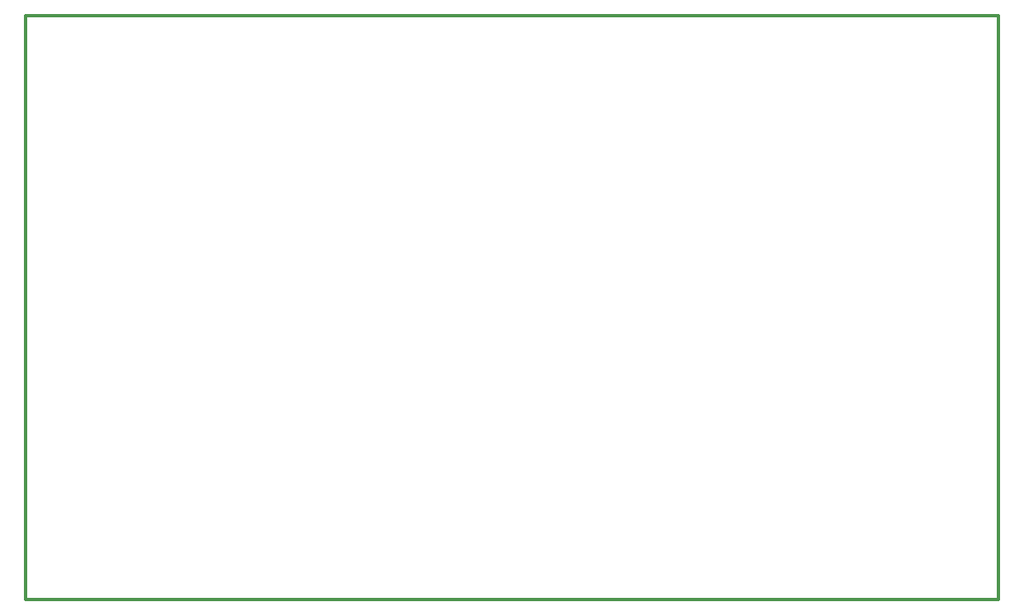
<source format=gko>
%FSAX42Y42*%
%MOMM*%
G71*
G01*
G75*
G04 Layer_Color=16711935*
%ADD10R,1.30X1.05*%
%ADD11R,0.80X0.90*%
%ADD12O,0.55X1.75*%
%ADD13O,1.75X0.55*%
%ADD14R,0.90X0.80*%
%ADD15R,2.20X2.50*%
%ADD16R,2.00X0.50*%
%ADD17R,0.90X1.00*%
%ADD18C,0.51*%
%ADD19C,0.25*%
%ADD20C,0.60*%
%ADD21C,0.40*%
%ADD22C,1.00*%
%ADD23C,0.70*%
%ADD24C,0.50*%
%ADD25C,0.80*%
%ADD26C,5.89*%
%ADD27R,1.50X1.50*%
%ADD28C,1.50*%
%ADD29R,1.50X1.50*%
%ADD30C,1.50*%
%ADD31R,1.50X1.50*%
%ADD32C,1.75*%
%ADD33R,1.50X1.50*%
%ADD34C,1.02*%
%ADD35C,0.20*%
%ADD36C,0.60*%
%ADD37C,0.25*%
%ADD38C,0.20*%
%ADD39C,0.18*%
%ADD40R,2.03X2.03*%
%ADD41R,1.50X1.25*%
%ADD42R,0.95X1.05*%
%ADD43O,0.70X1.90*%
%ADD44O,1.90X0.70*%
%ADD45R,1.05X0.95*%
%ADD46R,2.35X2.65*%
%ADD47R,2.15X0.65*%
%ADD48R,1.05X1.15*%
%ADD49C,0.75*%
%ADD50C,0.55*%
%ADD51C,1.15*%
%ADD52C,0.85*%
%ADD53C,0.65*%
%ADD54C,0.95*%
%ADD55C,6.05*%
%ADD56R,1.65X1.65*%
%ADD57C,1.65*%
%ADD58R,1.65X1.65*%
%ADD59C,1.65*%
%ADD60R,1.65X1.65*%
%ADD61C,1.90*%
%ADD62R,1.65X1.65*%
%ADD63C,1.17*%
%ADD64C,0.30*%
D64*
X005080Y007620D02*
X015062Y007618D01*
Y013614D01*
X005080D02*
X015062D01*
X005080Y007620D02*
Y013614D01*
M02*

</source>
